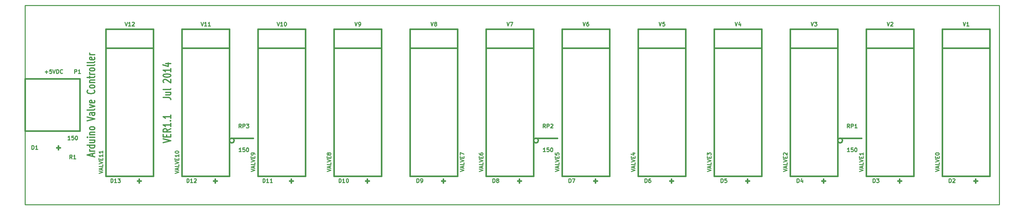
<source format=gto>
G04 (created by PCBNEW (2013-jul-07)-stable) date Fri 01 Aug 2014 03:38:15 PM EDT*
%MOIN*%
G04 Gerber Fmt 3.4, Leading zero omitted, Abs format*
%FSLAX34Y34*%
G01*
G70*
G90*
G04 APERTURE LIST*
%ADD10C,0.00590551*%
%ADD11C,0.009*%
%ADD12C,0.012*%
%ADD13C,0.015*%
%ADD14C,0.005*%
%ADD15C,0.01*%
%ADD16C,0.175*%
%ADD17O,0.08X0.12*%
%ADD18C,0.08*%
%ADD19C,0.18*%
%ADD20R,0.036X0.049*%
%ADD21C,0.096*%
%ADD22C,0.16*%
%ADD23R,0.067X0.067*%
%ADD24R,0.07X0.12*%
G04 APERTURE END LIST*
G54D10*
G54D11*
X110000Y-29000D02*
X7500Y-29000D01*
X110000Y-50000D02*
X110000Y-29000D01*
X7500Y-50000D02*
X110000Y-50000D01*
X7500Y-29000D02*
X7500Y-50000D01*
G54D12*
X14595Y-44914D02*
X14595Y-44628D01*
X14823Y-44971D02*
X14023Y-44771D01*
X14823Y-44571D01*
X14823Y-44371D02*
X14290Y-44371D01*
X14442Y-44371D02*
X14366Y-44342D01*
X14328Y-44314D01*
X14290Y-44257D01*
X14290Y-44200D01*
X14823Y-43742D02*
X14023Y-43742D01*
X14785Y-43742D02*
X14823Y-43800D01*
X14823Y-43914D01*
X14785Y-43971D01*
X14747Y-44000D01*
X14671Y-44028D01*
X14442Y-44028D01*
X14366Y-44000D01*
X14328Y-43971D01*
X14290Y-43914D01*
X14290Y-43800D01*
X14328Y-43742D01*
X14290Y-43200D02*
X14823Y-43200D01*
X14290Y-43457D02*
X14709Y-43457D01*
X14785Y-43428D01*
X14823Y-43371D01*
X14823Y-43285D01*
X14785Y-43228D01*
X14747Y-43200D01*
X14823Y-42914D02*
X14290Y-42914D01*
X14023Y-42914D02*
X14061Y-42942D01*
X14100Y-42914D01*
X14061Y-42885D01*
X14023Y-42914D01*
X14100Y-42914D01*
X14290Y-42628D02*
X14823Y-42628D01*
X14366Y-42628D02*
X14328Y-42600D01*
X14290Y-42542D01*
X14290Y-42457D01*
X14328Y-42400D01*
X14404Y-42371D01*
X14823Y-42371D01*
X14823Y-42000D02*
X14785Y-42057D01*
X14747Y-42085D01*
X14671Y-42114D01*
X14442Y-42114D01*
X14366Y-42085D01*
X14328Y-42057D01*
X14290Y-42000D01*
X14290Y-41914D01*
X14328Y-41857D01*
X14366Y-41828D01*
X14442Y-41800D01*
X14671Y-41800D01*
X14747Y-41828D01*
X14785Y-41857D01*
X14823Y-41914D01*
X14823Y-42000D01*
X14023Y-41171D02*
X14823Y-40971D01*
X14023Y-40771D01*
X14823Y-40314D02*
X14404Y-40314D01*
X14328Y-40342D01*
X14290Y-40400D01*
X14290Y-40514D01*
X14328Y-40571D01*
X14785Y-40314D02*
X14823Y-40371D01*
X14823Y-40514D01*
X14785Y-40571D01*
X14709Y-40600D01*
X14633Y-40600D01*
X14557Y-40571D01*
X14519Y-40514D01*
X14519Y-40371D01*
X14480Y-40314D01*
X14823Y-39942D02*
X14785Y-40000D01*
X14709Y-40028D01*
X14023Y-40028D01*
X14290Y-39771D02*
X14823Y-39628D01*
X14290Y-39485D01*
X14785Y-39028D02*
X14823Y-39085D01*
X14823Y-39200D01*
X14785Y-39257D01*
X14709Y-39285D01*
X14404Y-39285D01*
X14328Y-39257D01*
X14290Y-39200D01*
X14290Y-39085D01*
X14328Y-39028D01*
X14404Y-39000D01*
X14480Y-39000D01*
X14557Y-39285D01*
X14747Y-37942D02*
X14785Y-37971D01*
X14823Y-38057D01*
X14823Y-38114D01*
X14785Y-38200D01*
X14709Y-38257D01*
X14633Y-38285D01*
X14480Y-38314D01*
X14366Y-38314D01*
X14214Y-38285D01*
X14138Y-38257D01*
X14061Y-38200D01*
X14023Y-38114D01*
X14023Y-38057D01*
X14061Y-37971D01*
X14100Y-37942D01*
X14823Y-37600D02*
X14785Y-37657D01*
X14747Y-37685D01*
X14671Y-37714D01*
X14442Y-37714D01*
X14366Y-37685D01*
X14328Y-37657D01*
X14290Y-37600D01*
X14290Y-37514D01*
X14328Y-37457D01*
X14366Y-37428D01*
X14442Y-37400D01*
X14671Y-37400D01*
X14747Y-37428D01*
X14785Y-37457D01*
X14823Y-37514D01*
X14823Y-37600D01*
X14290Y-37142D02*
X14823Y-37142D01*
X14366Y-37142D02*
X14328Y-37114D01*
X14290Y-37057D01*
X14290Y-36971D01*
X14328Y-36914D01*
X14404Y-36885D01*
X14823Y-36885D01*
X14290Y-36685D02*
X14290Y-36457D01*
X14023Y-36600D02*
X14709Y-36600D01*
X14785Y-36571D01*
X14823Y-36514D01*
X14823Y-36457D01*
X14823Y-36257D02*
X14290Y-36257D01*
X14442Y-36257D02*
X14366Y-36228D01*
X14328Y-36200D01*
X14290Y-36142D01*
X14290Y-36085D01*
X14823Y-35800D02*
X14785Y-35857D01*
X14747Y-35885D01*
X14671Y-35914D01*
X14442Y-35914D01*
X14366Y-35885D01*
X14328Y-35857D01*
X14290Y-35800D01*
X14290Y-35714D01*
X14328Y-35657D01*
X14366Y-35628D01*
X14442Y-35600D01*
X14671Y-35600D01*
X14747Y-35628D01*
X14785Y-35657D01*
X14823Y-35714D01*
X14823Y-35800D01*
X14823Y-35257D02*
X14785Y-35314D01*
X14709Y-35342D01*
X14023Y-35342D01*
X14823Y-34942D02*
X14785Y-34999D01*
X14709Y-35028D01*
X14023Y-35028D01*
X14785Y-34485D02*
X14823Y-34542D01*
X14823Y-34657D01*
X14785Y-34714D01*
X14709Y-34742D01*
X14404Y-34742D01*
X14328Y-34714D01*
X14290Y-34657D01*
X14290Y-34542D01*
X14328Y-34485D01*
X14404Y-34457D01*
X14480Y-34457D01*
X14557Y-34742D01*
X14823Y-34199D02*
X14290Y-34199D01*
X14442Y-34199D02*
X14366Y-34171D01*
X14328Y-34142D01*
X14290Y-34085D01*
X14290Y-34028D01*
X22023Y-38714D02*
X22595Y-38714D01*
X22709Y-38742D01*
X22785Y-38800D01*
X22823Y-38885D01*
X22823Y-38942D01*
X22290Y-38171D02*
X22823Y-38171D01*
X22290Y-38428D02*
X22709Y-38428D01*
X22785Y-38400D01*
X22823Y-38342D01*
X22823Y-38257D01*
X22785Y-38200D01*
X22747Y-38171D01*
X22823Y-37800D02*
X22785Y-37857D01*
X22709Y-37885D01*
X22023Y-37885D01*
X22100Y-37142D02*
X22061Y-37114D01*
X22023Y-37057D01*
X22023Y-36914D01*
X22061Y-36857D01*
X22100Y-36828D01*
X22176Y-36800D01*
X22252Y-36800D01*
X22366Y-36828D01*
X22823Y-37171D01*
X22823Y-36800D01*
X22023Y-36428D02*
X22023Y-36371D01*
X22061Y-36314D01*
X22100Y-36285D01*
X22176Y-36257D01*
X22328Y-36228D01*
X22519Y-36228D01*
X22671Y-36257D01*
X22747Y-36285D01*
X22785Y-36314D01*
X22823Y-36371D01*
X22823Y-36428D01*
X22785Y-36485D01*
X22747Y-36514D01*
X22671Y-36542D01*
X22519Y-36571D01*
X22328Y-36571D01*
X22176Y-36542D01*
X22100Y-36514D01*
X22061Y-36485D01*
X22023Y-36428D01*
X22823Y-35657D02*
X22823Y-35999D01*
X22823Y-35828D02*
X22023Y-35828D01*
X22138Y-35885D01*
X22214Y-35942D01*
X22252Y-35999D01*
X22290Y-35142D02*
X22823Y-35142D01*
X21985Y-35285D02*
X22557Y-35428D01*
X22557Y-35057D01*
X22023Y-43485D02*
X22823Y-43285D01*
X22023Y-43085D01*
X22404Y-42885D02*
X22404Y-42685D01*
X22823Y-42600D02*
X22823Y-42885D01*
X22023Y-42885D01*
X22023Y-42600D01*
X22823Y-42000D02*
X22442Y-42200D01*
X22823Y-42342D02*
X22023Y-42342D01*
X22023Y-42114D01*
X22061Y-42057D01*
X22100Y-42028D01*
X22176Y-42000D01*
X22290Y-42000D01*
X22366Y-42028D01*
X22404Y-42057D01*
X22442Y-42114D01*
X22442Y-42342D01*
X22823Y-41428D02*
X22823Y-41771D01*
X22823Y-41600D02*
X22023Y-41600D01*
X22138Y-41657D01*
X22214Y-41714D01*
X22252Y-41771D01*
X22747Y-41171D02*
X22785Y-41142D01*
X22823Y-41171D01*
X22785Y-41199D01*
X22747Y-41171D01*
X22823Y-41171D01*
X22823Y-40571D02*
X22823Y-40914D01*
X22823Y-40742D02*
X22023Y-40742D01*
X22138Y-40800D01*
X22214Y-40857D01*
X22252Y-40914D01*
G54D13*
X88000Y-33500D02*
X93000Y-33500D01*
X88000Y-31500D02*
X93000Y-31500D01*
X93000Y-31500D02*
X93000Y-47000D01*
X93000Y-47000D02*
X88000Y-47000D01*
X88000Y-47000D02*
X88000Y-31500D01*
X96000Y-33500D02*
X101000Y-33500D01*
X96000Y-31500D02*
X101000Y-31500D01*
X101000Y-31500D02*
X101000Y-47000D01*
X101000Y-47000D02*
X96000Y-47000D01*
X96000Y-47000D02*
X96000Y-31500D01*
X104000Y-33500D02*
X109000Y-33500D01*
X104000Y-31500D02*
X109000Y-31500D01*
X109000Y-31500D02*
X109000Y-47000D01*
X109000Y-47000D02*
X104000Y-47000D01*
X104000Y-47000D02*
X104000Y-31500D01*
X93250Y-43000D02*
X95500Y-43000D01*
X93500Y-43250D02*
G75*
G03X93500Y-43250I-250J0D01*
G74*
G01*
X61250Y-43000D02*
X63500Y-43000D01*
X61500Y-43250D02*
G75*
G03X61500Y-43250I-250J0D01*
G74*
G01*
X29250Y-43000D02*
X31500Y-43000D01*
X29500Y-43250D02*
G75*
G03X29500Y-43250I-250J0D01*
G74*
G01*
X72000Y-33500D02*
X77000Y-33500D01*
X72000Y-31500D02*
X77000Y-31500D01*
X77000Y-31500D02*
X77000Y-47000D01*
X77000Y-47000D02*
X72000Y-47000D01*
X72000Y-47000D02*
X72000Y-31500D01*
X64000Y-33500D02*
X69000Y-33500D01*
X64000Y-31500D02*
X69000Y-31500D01*
X69000Y-31500D02*
X69000Y-47000D01*
X69000Y-47000D02*
X64000Y-47000D01*
X64000Y-47000D02*
X64000Y-31500D01*
X48000Y-33500D02*
X53000Y-33500D01*
X48000Y-31500D02*
X53000Y-31500D01*
X53000Y-31500D02*
X53000Y-47000D01*
X53000Y-47000D02*
X48000Y-47000D01*
X48000Y-47000D02*
X48000Y-31500D01*
X56000Y-33500D02*
X61000Y-33500D01*
X56000Y-31500D02*
X61000Y-31500D01*
X61000Y-31500D02*
X61000Y-47000D01*
X61000Y-47000D02*
X56000Y-47000D01*
X56000Y-47000D02*
X56000Y-31500D01*
X80000Y-33500D02*
X85000Y-33500D01*
X80000Y-31500D02*
X85000Y-31500D01*
X85000Y-31500D02*
X85000Y-47000D01*
X85000Y-47000D02*
X80000Y-47000D01*
X80000Y-47000D02*
X80000Y-31500D01*
X24000Y-33500D02*
X29000Y-33500D01*
X24000Y-31500D02*
X29000Y-31500D01*
X29000Y-31500D02*
X29000Y-47000D01*
X29000Y-47000D02*
X24000Y-47000D01*
X24000Y-47000D02*
X24000Y-31500D01*
X16000Y-33500D02*
X21000Y-33500D01*
X16000Y-31500D02*
X21000Y-31500D01*
X21000Y-31500D02*
X21000Y-47000D01*
X21000Y-47000D02*
X16000Y-47000D01*
X16000Y-47000D02*
X16000Y-31500D01*
X32000Y-33500D02*
X37000Y-33500D01*
X32000Y-31500D02*
X37000Y-31500D01*
X37000Y-31500D02*
X37000Y-47000D01*
X37000Y-47000D02*
X32000Y-47000D01*
X32000Y-47000D02*
X32000Y-31500D01*
X40000Y-33500D02*
X45000Y-33500D01*
X40000Y-31500D02*
X45000Y-31500D01*
X45000Y-31500D02*
X45000Y-47000D01*
X45000Y-47000D02*
X40000Y-47000D01*
X40000Y-47000D02*
X40000Y-31500D01*
X7500Y-42250D02*
X7500Y-36750D01*
X7500Y-36750D02*
X13250Y-36750D01*
X13250Y-36750D02*
X13250Y-42250D01*
X13250Y-42250D02*
X7500Y-42250D01*
X67500Y-47300D02*
X67500Y-47700D01*
X67300Y-47500D02*
X67700Y-47500D01*
X51500Y-47300D02*
X51500Y-47700D01*
X51300Y-47500D02*
X51700Y-47500D01*
X59500Y-47300D02*
X59500Y-47700D01*
X59300Y-47500D02*
X59700Y-47500D01*
X83500Y-47300D02*
X83500Y-47700D01*
X83300Y-47500D02*
X83700Y-47500D01*
X43500Y-47300D02*
X43500Y-47700D01*
X43300Y-47500D02*
X43700Y-47500D01*
X75500Y-47300D02*
X75500Y-47700D01*
X75300Y-47500D02*
X75700Y-47500D01*
X35500Y-47300D02*
X35500Y-47700D01*
X35300Y-47500D02*
X35700Y-47500D01*
X19500Y-47300D02*
X19500Y-47700D01*
X19300Y-47500D02*
X19700Y-47500D01*
X27500Y-47300D02*
X27500Y-47700D01*
X27300Y-47500D02*
X27700Y-47500D01*
X11000Y-43800D02*
X11000Y-44200D01*
X10800Y-44000D02*
X11200Y-44000D01*
X91500Y-47300D02*
X91500Y-47700D01*
X91300Y-47500D02*
X91700Y-47500D01*
X107500Y-47300D02*
X107500Y-47700D01*
X107300Y-47500D02*
X107700Y-47500D01*
X99500Y-47300D02*
X99500Y-47700D01*
X99300Y-47500D02*
X99700Y-47500D01*
G54D14*
X12800Y-44550D02*
X13400Y-44550D01*
X13400Y-44550D02*
X13400Y-43450D01*
X13400Y-43450D02*
X12800Y-43450D01*
X12200Y-43450D02*
X11600Y-43450D01*
X11600Y-43450D02*
X11600Y-44550D01*
X11600Y-44550D02*
X12200Y-44550D01*
G54D15*
X90176Y-30761D02*
X90309Y-31161D01*
X90442Y-30761D01*
X90538Y-30761D02*
X90785Y-30761D01*
X90652Y-30914D01*
X90709Y-30914D01*
X90747Y-30933D01*
X90766Y-30952D01*
X90785Y-30990D01*
X90785Y-31085D01*
X90766Y-31123D01*
X90747Y-31142D01*
X90709Y-31161D01*
X90595Y-31161D01*
X90557Y-31142D01*
X90538Y-31123D01*
X87261Y-46509D02*
X87661Y-46376D01*
X87261Y-46242D01*
X87547Y-46128D02*
X87547Y-45938D01*
X87661Y-46166D02*
X87261Y-46033D01*
X87661Y-45900D01*
X87661Y-45576D02*
X87661Y-45766D01*
X87261Y-45766D01*
X87261Y-45500D02*
X87661Y-45366D01*
X87261Y-45233D01*
X87452Y-45100D02*
X87452Y-44966D01*
X87661Y-44909D02*
X87661Y-45100D01*
X87261Y-45100D01*
X87261Y-44909D01*
X87300Y-44757D02*
X87280Y-44738D01*
X87261Y-44700D01*
X87261Y-44604D01*
X87280Y-44566D01*
X87300Y-44547D01*
X87338Y-44528D01*
X87376Y-44528D01*
X87433Y-44547D01*
X87661Y-44776D01*
X87661Y-44528D01*
X98176Y-30761D02*
X98309Y-31161D01*
X98442Y-30761D01*
X98557Y-30800D02*
X98576Y-30780D01*
X98614Y-30761D01*
X98709Y-30761D01*
X98747Y-30780D01*
X98766Y-30800D01*
X98785Y-30838D01*
X98785Y-30876D01*
X98766Y-30933D01*
X98538Y-31161D01*
X98785Y-31161D01*
X95261Y-46509D02*
X95661Y-46376D01*
X95261Y-46242D01*
X95547Y-46128D02*
X95547Y-45938D01*
X95661Y-46166D02*
X95261Y-46033D01*
X95661Y-45900D01*
X95661Y-45576D02*
X95661Y-45766D01*
X95261Y-45766D01*
X95261Y-45500D02*
X95661Y-45366D01*
X95261Y-45233D01*
X95452Y-45100D02*
X95452Y-44966D01*
X95661Y-44909D02*
X95661Y-45100D01*
X95261Y-45100D01*
X95261Y-44909D01*
X95661Y-44528D02*
X95661Y-44757D01*
X95661Y-44642D02*
X95261Y-44642D01*
X95319Y-44680D01*
X95357Y-44719D01*
X95376Y-44757D01*
X106176Y-30761D02*
X106309Y-31161D01*
X106442Y-30761D01*
X106785Y-31161D02*
X106557Y-31161D01*
X106671Y-31161D02*
X106671Y-30761D01*
X106633Y-30819D01*
X106595Y-30857D01*
X106557Y-30876D01*
X103261Y-46509D02*
X103661Y-46376D01*
X103261Y-46242D01*
X103547Y-46128D02*
X103547Y-45938D01*
X103661Y-46166D02*
X103261Y-46033D01*
X103661Y-45900D01*
X103661Y-45576D02*
X103661Y-45766D01*
X103261Y-45766D01*
X103261Y-45500D02*
X103661Y-45366D01*
X103261Y-45233D01*
X103452Y-45100D02*
X103452Y-44966D01*
X103661Y-44909D02*
X103661Y-45100D01*
X103261Y-45100D01*
X103261Y-44909D01*
X103261Y-44661D02*
X103261Y-44623D01*
X103280Y-44585D01*
X103300Y-44566D01*
X103338Y-44547D01*
X103414Y-44528D01*
X103509Y-44528D01*
X103585Y-44547D01*
X103623Y-44566D01*
X103642Y-44585D01*
X103661Y-44623D01*
X103661Y-44661D01*
X103642Y-44700D01*
X103623Y-44719D01*
X103585Y-44738D01*
X103509Y-44757D01*
X103414Y-44757D01*
X103338Y-44738D01*
X103300Y-44719D01*
X103280Y-44700D01*
X103261Y-44661D01*
X94233Y-41911D02*
X94100Y-41721D01*
X94004Y-41911D02*
X94004Y-41511D01*
X94157Y-41511D01*
X94195Y-41530D01*
X94214Y-41550D01*
X94233Y-41588D01*
X94233Y-41645D01*
X94214Y-41683D01*
X94195Y-41702D01*
X94157Y-41721D01*
X94004Y-41721D01*
X94404Y-41911D02*
X94404Y-41511D01*
X94557Y-41511D01*
X94595Y-41530D01*
X94614Y-41550D01*
X94633Y-41588D01*
X94633Y-41645D01*
X94614Y-41683D01*
X94595Y-41702D01*
X94557Y-41721D01*
X94404Y-41721D01*
X95014Y-41911D02*
X94785Y-41911D01*
X94900Y-41911D02*
X94900Y-41511D01*
X94861Y-41569D01*
X94823Y-41607D01*
X94785Y-41626D01*
X94233Y-44411D02*
X94004Y-44411D01*
X94119Y-44411D02*
X94119Y-44011D01*
X94080Y-44069D01*
X94042Y-44107D01*
X94004Y-44126D01*
X94595Y-44011D02*
X94404Y-44011D01*
X94385Y-44202D01*
X94404Y-44183D01*
X94442Y-44164D01*
X94538Y-44164D01*
X94576Y-44183D01*
X94595Y-44202D01*
X94614Y-44240D01*
X94614Y-44335D01*
X94595Y-44373D01*
X94576Y-44392D01*
X94538Y-44411D01*
X94442Y-44411D01*
X94404Y-44392D01*
X94385Y-44373D01*
X94861Y-44011D02*
X94900Y-44011D01*
X94938Y-44030D01*
X94957Y-44050D01*
X94976Y-44088D01*
X94995Y-44164D01*
X94995Y-44259D01*
X94976Y-44335D01*
X94957Y-44373D01*
X94938Y-44392D01*
X94900Y-44411D01*
X94861Y-44411D01*
X94823Y-44392D01*
X94804Y-44373D01*
X94785Y-44335D01*
X94766Y-44259D01*
X94766Y-44164D01*
X94785Y-44088D01*
X94804Y-44050D01*
X94823Y-44030D01*
X94861Y-44011D01*
X62233Y-41911D02*
X62100Y-41721D01*
X62004Y-41911D02*
X62004Y-41511D01*
X62157Y-41511D01*
X62195Y-41530D01*
X62214Y-41550D01*
X62233Y-41588D01*
X62233Y-41645D01*
X62214Y-41683D01*
X62195Y-41702D01*
X62157Y-41721D01*
X62004Y-41721D01*
X62404Y-41911D02*
X62404Y-41511D01*
X62557Y-41511D01*
X62595Y-41530D01*
X62614Y-41550D01*
X62633Y-41588D01*
X62633Y-41645D01*
X62614Y-41683D01*
X62595Y-41702D01*
X62557Y-41721D01*
X62404Y-41721D01*
X62785Y-41550D02*
X62804Y-41530D01*
X62842Y-41511D01*
X62938Y-41511D01*
X62976Y-41530D01*
X62995Y-41550D01*
X63014Y-41588D01*
X63014Y-41626D01*
X62995Y-41683D01*
X62766Y-41911D01*
X63014Y-41911D01*
X62233Y-44411D02*
X62004Y-44411D01*
X62119Y-44411D02*
X62119Y-44011D01*
X62080Y-44069D01*
X62042Y-44107D01*
X62004Y-44126D01*
X62595Y-44011D02*
X62404Y-44011D01*
X62385Y-44202D01*
X62404Y-44183D01*
X62442Y-44164D01*
X62538Y-44164D01*
X62576Y-44183D01*
X62595Y-44202D01*
X62614Y-44240D01*
X62614Y-44335D01*
X62595Y-44373D01*
X62576Y-44392D01*
X62538Y-44411D01*
X62442Y-44411D01*
X62404Y-44392D01*
X62385Y-44373D01*
X62861Y-44011D02*
X62900Y-44011D01*
X62938Y-44030D01*
X62957Y-44050D01*
X62976Y-44088D01*
X62995Y-44164D01*
X62995Y-44259D01*
X62976Y-44335D01*
X62957Y-44373D01*
X62938Y-44392D01*
X62900Y-44411D01*
X62861Y-44411D01*
X62823Y-44392D01*
X62804Y-44373D01*
X62785Y-44335D01*
X62766Y-44259D01*
X62766Y-44164D01*
X62785Y-44088D01*
X62804Y-44050D01*
X62823Y-44030D01*
X62861Y-44011D01*
X30233Y-41911D02*
X30100Y-41721D01*
X30004Y-41911D02*
X30004Y-41511D01*
X30157Y-41511D01*
X30195Y-41530D01*
X30214Y-41550D01*
X30233Y-41588D01*
X30233Y-41645D01*
X30214Y-41683D01*
X30195Y-41702D01*
X30157Y-41721D01*
X30004Y-41721D01*
X30404Y-41911D02*
X30404Y-41511D01*
X30557Y-41511D01*
X30595Y-41530D01*
X30614Y-41550D01*
X30633Y-41588D01*
X30633Y-41645D01*
X30614Y-41683D01*
X30595Y-41702D01*
X30557Y-41721D01*
X30404Y-41721D01*
X30766Y-41511D02*
X31014Y-41511D01*
X30880Y-41664D01*
X30938Y-41664D01*
X30976Y-41683D01*
X30995Y-41702D01*
X31014Y-41740D01*
X31014Y-41835D01*
X30995Y-41873D01*
X30976Y-41892D01*
X30938Y-41911D01*
X30823Y-41911D01*
X30785Y-41892D01*
X30766Y-41873D01*
X30233Y-44411D02*
X30004Y-44411D01*
X30119Y-44411D02*
X30119Y-44011D01*
X30080Y-44069D01*
X30042Y-44107D01*
X30004Y-44126D01*
X30595Y-44011D02*
X30404Y-44011D01*
X30385Y-44202D01*
X30404Y-44183D01*
X30442Y-44164D01*
X30538Y-44164D01*
X30576Y-44183D01*
X30595Y-44202D01*
X30614Y-44240D01*
X30614Y-44335D01*
X30595Y-44373D01*
X30576Y-44392D01*
X30538Y-44411D01*
X30442Y-44411D01*
X30404Y-44392D01*
X30385Y-44373D01*
X30861Y-44011D02*
X30900Y-44011D01*
X30938Y-44030D01*
X30957Y-44050D01*
X30976Y-44088D01*
X30995Y-44164D01*
X30995Y-44259D01*
X30976Y-44335D01*
X30957Y-44373D01*
X30938Y-44392D01*
X30900Y-44411D01*
X30861Y-44411D01*
X30823Y-44392D01*
X30804Y-44373D01*
X30785Y-44335D01*
X30766Y-44259D01*
X30766Y-44164D01*
X30785Y-44088D01*
X30804Y-44050D01*
X30823Y-44030D01*
X30861Y-44011D01*
X74176Y-30761D02*
X74309Y-31161D01*
X74442Y-30761D01*
X74766Y-30761D02*
X74576Y-30761D01*
X74557Y-30952D01*
X74576Y-30933D01*
X74614Y-30914D01*
X74709Y-30914D01*
X74747Y-30933D01*
X74766Y-30952D01*
X74785Y-30990D01*
X74785Y-31085D01*
X74766Y-31123D01*
X74747Y-31142D01*
X74709Y-31161D01*
X74614Y-31161D01*
X74576Y-31142D01*
X74557Y-31123D01*
X71261Y-46509D02*
X71661Y-46376D01*
X71261Y-46242D01*
X71547Y-46128D02*
X71547Y-45938D01*
X71661Y-46166D02*
X71261Y-46033D01*
X71661Y-45900D01*
X71661Y-45576D02*
X71661Y-45766D01*
X71261Y-45766D01*
X71261Y-45500D02*
X71661Y-45366D01*
X71261Y-45233D01*
X71452Y-45100D02*
X71452Y-44966D01*
X71661Y-44909D02*
X71661Y-45100D01*
X71261Y-45100D01*
X71261Y-44909D01*
X71395Y-44566D02*
X71661Y-44566D01*
X71242Y-44661D02*
X71528Y-44757D01*
X71528Y-44509D01*
X66176Y-30761D02*
X66309Y-31161D01*
X66442Y-30761D01*
X66747Y-30761D02*
X66671Y-30761D01*
X66633Y-30780D01*
X66614Y-30800D01*
X66576Y-30857D01*
X66557Y-30933D01*
X66557Y-31085D01*
X66576Y-31123D01*
X66595Y-31142D01*
X66633Y-31161D01*
X66709Y-31161D01*
X66747Y-31142D01*
X66766Y-31123D01*
X66785Y-31085D01*
X66785Y-30990D01*
X66766Y-30952D01*
X66747Y-30933D01*
X66709Y-30914D01*
X66633Y-30914D01*
X66595Y-30933D01*
X66576Y-30952D01*
X66557Y-30990D01*
X63261Y-46509D02*
X63661Y-46376D01*
X63261Y-46242D01*
X63547Y-46128D02*
X63547Y-45938D01*
X63661Y-46166D02*
X63261Y-46033D01*
X63661Y-45900D01*
X63661Y-45576D02*
X63661Y-45766D01*
X63261Y-45766D01*
X63261Y-45500D02*
X63661Y-45366D01*
X63261Y-45233D01*
X63452Y-45100D02*
X63452Y-44966D01*
X63661Y-44909D02*
X63661Y-45100D01*
X63261Y-45100D01*
X63261Y-44909D01*
X63261Y-44547D02*
X63261Y-44738D01*
X63452Y-44757D01*
X63433Y-44738D01*
X63414Y-44700D01*
X63414Y-44604D01*
X63433Y-44566D01*
X63452Y-44547D01*
X63490Y-44528D01*
X63585Y-44528D01*
X63623Y-44547D01*
X63642Y-44566D01*
X63661Y-44604D01*
X63661Y-44700D01*
X63642Y-44738D01*
X63623Y-44757D01*
X50176Y-30761D02*
X50309Y-31161D01*
X50442Y-30761D01*
X50633Y-30933D02*
X50595Y-30914D01*
X50576Y-30895D01*
X50557Y-30857D01*
X50557Y-30838D01*
X50576Y-30800D01*
X50595Y-30780D01*
X50633Y-30761D01*
X50709Y-30761D01*
X50747Y-30780D01*
X50766Y-30800D01*
X50785Y-30838D01*
X50785Y-30857D01*
X50766Y-30895D01*
X50747Y-30914D01*
X50709Y-30933D01*
X50633Y-30933D01*
X50595Y-30952D01*
X50576Y-30971D01*
X50557Y-31009D01*
X50557Y-31085D01*
X50576Y-31123D01*
X50595Y-31142D01*
X50633Y-31161D01*
X50709Y-31161D01*
X50747Y-31142D01*
X50766Y-31123D01*
X50785Y-31085D01*
X50785Y-31009D01*
X50766Y-30971D01*
X50747Y-30952D01*
X50709Y-30933D01*
X53261Y-46509D02*
X53661Y-46376D01*
X53261Y-46242D01*
X53547Y-46128D02*
X53547Y-45938D01*
X53661Y-46166D02*
X53261Y-46033D01*
X53661Y-45900D01*
X53661Y-45576D02*
X53661Y-45766D01*
X53261Y-45766D01*
X53261Y-45500D02*
X53661Y-45366D01*
X53261Y-45233D01*
X53452Y-45100D02*
X53452Y-44966D01*
X53661Y-44909D02*
X53661Y-45100D01*
X53261Y-45100D01*
X53261Y-44909D01*
X53261Y-44776D02*
X53261Y-44509D01*
X53661Y-44680D01*
X58176Y-30761D02*
X58309Y-31161D01*
X58442Y-30761D01*
X58538Y-30761D02*
X58804Y-30761D01*
X58633Y-31161D01*
X55261Y-46509D02*
X55661Y-46376D01*
X55261Y-46242D01*
X55547Y-46128D02*
X55547Y-45938D01*
X55661Y-46166D02*
X55261Y-46033D01*
X55661Y-45900D01*
X55661Y-45576D02*
X55661Y-45766D01*
X55261Y-45766D01*
X55261Y-45500D02*
X55661Y-45366D01*
X55261Y-45233D01*
X55452Y-45100D02*
X55452Y-44966D01*
X55661Y-44909D02*
X55661Y-45100D01*
X55261Y-45100D01*
X55261Y-44909D01*
X55261Y-44566D02*
X55261Y-44642D01*
X55280Y-44680D01*
X55300Y-44700D01*
X55357Y-44738D01*
X55433Y-44757D01*
X55585Y-44757D01*
X55623Y-44738D01*
X55642Y-44719D01*
X55661Y-44680D01*
X55661Y-44604D01*
X55642Y-44566D01*
X55623Y-44547D01*
X55585Y-44528D01*
X55490Y-44528D01*
X55452Y-44547D01*
X55433Y-44566D01*
X55414Y-44604D01*
X55414Y-44680D01*
X55433Y-44719D01*
X55452Y-44738D01*
X55490Y-44757D01*
X82176Y-30761D02*
X82309Y-31161D01*
X82442Y-30761D01*
X82747Y-30895D02*
X82747Y-31161D01*
X82652Y-30742D02*
X82557Y-31028D01*
X82804Y-31028D01*
X79261Y-46509D02*
X79661Y-46376D01*
X79261Y-46242D01*
X79547Y-46128D02*
X79547Y-45938D01*
X79661Y-46166D02*
X79261Y-46033D01*
X79661Y-45900D01*
X79661Y-45576D02*
X79661Y-45766D01*
X79261Y-45766D01*
X79261Y-45500D02*
X79661Y-45366D01*
X79261Y-45233D01*
X79452Y-45100D02*
X79452Y-44966D01*
X79661Y-44909D02*
X79661Y-45100D01*
X79261Y-45100D01*
X79261Y-44909D01*
X79261Y-44776D02*
X79261Y-44528D01*
X79414Y-44661D01*
X79414Y-44604D01*
X79433Y-44566D01*
X79452Y-44547D01*
X79490Y-44528D01*
X79585Y-44528D01*
X79623Y-44547D01*
X79642Y-44566D01*
X79661Y-44604D01*
X79661Y-44719D01*
X79642Y-44757D01*
X79623Y-44776D01*
X25985Y-30761D02*
X26119Y-31161D01*
X26252Y-30761D01*
X26595Y-31161D02*
X26366Y-31161D01*
X26480Y-31161D02*
X26480Y-30761D01*
X26442Y-30819D01*
X26404Y-30857D01*
X26366Y-30876D01*
X26976Y-31161D02*
X26747Y-31161D01*
X26861Y-31161D02*
X26861Y-30761D01*
X26823Y-30819D01*
X26785Y-30857D01*
X26747Y-30876D01*
X23261Y-46699D02*
X23661Y-46566D01*
X23261Y-46433D01*
X23547Y-46319D02*
X23547Y-46128D01*
X23661Y-46357D02*
X23261Y-46223D01*
X23661Y-46090D01*
X23661Y-45766D02*
X23661Y-45957D01*
X23261Y-45957D01*
X23261Y-45690D02*
X23661Y-45557D01*
X23261Y-45423D01*
X23452Y-45290D02*
X23452Y-45157D01*
X23661Y-45100D02*
X23661Y-45290D01*
X23261Y-45290D01*
X23261Y-45100D01*
X23661Y-44719D02*
X23661Y-44947D01*
X23661Y-44833D02*
X23261Y-44833D01*
X23319Y-44871D01*
X23357Y-44909D01*
X23376Y-44947D01*
X23261Y-44471D02*
X23261Y-44433D01*
X23280Y-44395D01*
X23300Y-44376D01*
X23338Y-44357D01*
X23414Y-44338D01*
X23509Y-44338D01*
X23585Y-44357D01*
X23623Y-44376D01*
X23642Y-44395D01*
X23661Y-44433D01*
X23661Y-44471D01*
X23642Y-44509D01*
X23623Y-44528D01*
X23585Y-44547D01*
X23509Y-44566D01*
X23414Y-44566D01*
X23338Y-44547D01*
X23300Y-44528D01*
X23280Y-44509D01*
X23261Y-44471D01*
X17985Y-30761D02*
X18119Y-31161D01*
X18252Y-30761D01*
X18595Y-31161D02*
X18366Y-31161D01*
X18480Y-31161D02*
X18480Y-30761D01*
X18442Y-30819D01*
X18404Y-30857D01*
X18366Y-30876D01*
X18747Y-30800D02*
X18766Y-30780D01*
X18804Y-30761D01*
X18900Y-30761D01*
X18938Y-30780D01*
X18957Y-30800D01*
X18976Y-30838D01*
X18976Y-30876D01*
X18957Y-30933D01*
X18728Y-31161D01*
X18976Y-31161D01*
X15261Y-46699D02*
X15661Y-46566D01*
X15261Y-46433D01*
X15547Y-46319D02*
X15547Y-46128D01*
X15661Y-46357D02*
X15261Y-46223D01*
X15661Y-46090D01*
X15661Y-45766D02*
X15661Y-45957D01*
X15261Y-45957D01*
X15261Y-45690D02*
X15661Y-45557D01*
X15261Y-45423D01*
X15452Y-45290D02*
X15452Y-45157D01*
X15661Y-45100D02*
X15661Y-45290D01*
X15261Y-45290D01*
X15261Y-45100D01*
X15661Y-44719D02*
X15661Y-44947D01*
X15661Y-44833D02*
X15261Y-44833D01*
X15319Y-44871D01*
X15357Y-44909D01*
X15376Y-44947D01*
X15661Y-44338D02*
X15661Y-44566D01*
X15661Y-44452D02*
X15261Y-44452D01*
X15319Y-44490D01*
X15357Y-44528D01*
X15376Y-44566D01*
X33985Y-30761D02*
X34119Y-31161D01*
X34252Y-30761D01*
X34595Y-31161D02*
X34366Y-31161D01*
X34480Y-31161D02*
X34480Y-30761D01*
X34442Y-30819D01*
X34404Y-30857D01*
X34366Y-30876D01*
X34842Y-30761D02*
X34880Y-30761D01*
X34919Y-30780D01*
X34938Y-30800D01*
X34957Y-30838D01*
X34976Y-30914D01*
X34976Y-31009D01*
X34957Y-31085D01*
X34938Y-31123D01*
X34919Y-31142D01*
X34880Y-31161D01*
X34842Y-31161D01*
X34804Y-31142D01*
X34785Y-31123D01*
X34766Y-31085D01*
X34747Y-31009D01*
X34747Y-30914D01*
X34766Y-30838D01*
X34785Y-30800D01*
X34804Y-30780D01*
X34842Y-30761D01*
X31261Y-46509D02*
X31661Y-46376D01*
X31261Y-46242D01*
X31547Y-46128D02*
X31547Y-45938D01*
X31661Y-46166D02*
X31261Y-46033D01*
X31661Y-45900D01*
X31661Y-45576D02*
X31661Y-45766D01*
X31261Y-45766D01*
X31261Y-45500D02*
X31661Y-45366D01*
X31261Y-45233D01*
X31452Y-45100D02*
X31452Y-44966D01*
X31661Y-44909D02*
X31661Y-45100D01*
X31261Y-45100D01*
X31261Y-44909D01*
X31661Y-44719D02*
X31661Y-44642D01*
X31642Y-44604D01*
X31623Y-44585D01*
X31566Y-44547D01*
X31490Y-44528D01*
X31338Y-44528D01*
X31300Y-44547D01*
X31280Y-44566D01*
X31261Y-44604D01*
X31261Y-44680D01*
X31280Y-44719D01*
X31300Y-44738D01*
X31338Y-44757D01*
X31433Y-44757D01*
X31471Y-44738D01*
X31490Y-44719D01*
X31509Y-44680D01*
X31509Y-44604D01*
X31490Y-44566D01*
X31471Y-44547D01*
X31433Y-44528D01*
X42176Y-30761D02*
X42309Y-31161D01*
X42442Y-30761D01*
X42595Y-31161D02*
X42671Y-31161D01*
X42709Y-31142D01*
X42728Y-31123D01*
X42766Y-31066D01*
X42785Y-30990D01*
X42785Y-30838D01*
X42766Y-30800D01*
X42747Y-30780D01*
X42709Y-30761D01*
X42633Y-30761D01*
X42595Y-30780D01*
X42576Y-30800D01*
X42557Y-30838D01*
X42557Y-30933D01*
X42576Y-30971D01*
X42595Y-30990D01*
X42633Y-31009D01*
X42709Y-31009D01*
X42747Y-30990D01*
X42766Y-30971D01*
X42785Y-30933D01*
X39261Y-46509D02*
X39661Y-46376D01*
X39261Y-46242D01*
X39547Y-46128D02*
X39547Y-45938D01*
X39661Y-46166D02*
X39261Y-46033D01*
X39661Y-45900D01*
X39661Y-45576D02*
X39661Y-45766D01*
X39261Y-45766D01*
X39261Y-45500D02*
X39661Y-45366D01*
X39261Y-45233D01*
X39452Y-45100D02*
X39452Y-44966D01*
X39661Y-44909D02*
X39661Y-45100D01*
X39261Y-45100D01*
X39261Y-44909D01*
X39433Y-44680D02*
X39414Y-44719D01*
X39395Y-44738D01*
X39357Y-44757D01*
X39338Y-44757D01*
X39300Y-44738D01*
X39280Y-44719D01*
X39261Y-44680D01*
X39261Y-44604D01*
X39280Y-44566D01*
X39300Y-44547D01*
X39338Y-44528D01*
X39357Y-44528D01*
X39395Y-44547D01*
X39414Y-44566D01*
X39433Y-44604D01*
X39433Y-44680D01*
X39452Y-44719D01*
X39471Y-44738D01*
X39509Y-44757D01*
X39585Y-44757D01*
X39623Y-44738D01*
X39642Y-44719D01*
X39661Y-44680D01*
X39661Y-44604D01*
X39642Y-44566D01*
X39623Y-44547D01*
X39585Y-44528D01*
X39509Y-44528D01*
X39471Y-44547D01*
X39452Y-44566D01*
X39433Y-44604D01*
X12704Y-36161D02*
X12704Y-35761D01*
X12857Y-35761D01*
X12895Y-35780D01*
X12914Y-35800D01*
X12933Y-35838D01*
X12933Y-35895D01*
X12914Y-35933D01*
X12895Y-35952D01*
X12857Y-35971D01*
X12704Y-35971D01*
X13314Y-36161D02*
X13085Y-36161D01*
X13200Y-36161D02*
X13200Y-35761D01*
X13161Y-35819D01*
X13123Y-35857D01*
X13085Y-35876D01*
X9585Y-36009D02*
X9890Y-36009D01*
X9738Y-36161D02*
X9738Y-35857D01*
X10271Y-35761D02*
X10080Y-35761D01*
X10061Y-35952D01*
X10080Y-35933D01*
X10119Y-35914D01*
X10214Y-35914D01*
X10252Y-35933D01*
X10271Y-35952D01*
X10290Y-35990D01*
X10290Y-36085D01*
X10271Y-36123D01*
X10252Y-36142D01*
X10214Y-36161D01*
X10119Y-36161D01*
X10080Y-36142D01*
X10061Y-36123D01*
X10404Y-35761D02*
X10538Y-36161D01*
X10671Y-35761D01*
X10804Y-36161D02*
X10804Y-35761D01*
X10900Y-35761D01*
X10957Y-35780D01*
X10995Y-35819D01*
X11014Y-35857D01*
X11033Y-35933D01*
X11033Y-35990D01*
X11014Y-36066D01*
X10995Y-36104D01*
X10957Y-36142D01*
X10900Y-36161D01*
X10804Y-36161D01*
X11433Y-36123D02*
X11414Y-36142D01*
X11357Y-36161D01*
X11319Y-36161D01*
X11261Y-36142D01*
X11223Y-36104D01*
X11204Y-36066D01*
X11185Y-35990D01*
X11185Y-35933D01*
X11204Y-35857D01*
X11223Y-35819D01*
X11261Y-35780D01*
X11319Y-35761D01*
X11357Y-35761D01*
X11414Y-35780D01*
X11433Y-35800D01*
X64704Y-47661D02*
X64704Y-47261D01*
X64800Y-47261D01*
X64857Y-47280D01*
X64895Y-47319D01*
X64914Y-47357D01*
X64933Y-47433D01*
X64933Y-47490D01*
X64914Y-47566D01*
X64895Y-47604D01*
X64857Y-47642D01*
X64800Y-47661D01*
X64704Y-47661D01*
X65066Y-47261D02*
X65333Y-47261D01*
X65161Y-47661D01*
X48704Y-47661D02*
X48704Y-47261D01*
X48800Y-47261D01*
X48857Y-47280D01*
X48895Y-47319D01*
X48914Y-47357D01*
X48933Y-47433D01*
X48933Y-47490D01*
X48914Y-47566D01*
X48895Y-47604D01*
X48857Y-47642D01*
X48800Y-47661D01*
X48704Y-47661D01*
X49123Y-47661D02*
X49200Y-47661D01*
X49238Y-47642D01*
X49257Y-47623D01*
X49295Y-47566D01*
X49314Y-47490D01*
X49314Y-47338D01*
X49295Y-47300D01*
X49276Y-47280D01*
X49238Y-47261D01*
X49161Y-47261D01*
X49123Y-47280D01*
X49104Y-47300D01*
X49085Y-47338D01*
X49085Y-47433D01*
X49104Y-47471D01*
X49123Y-47490D01*
X49161Y-47509D01*
X49238Y-47509D01*
X49276Y-47490D01*
X49295Y-47471D01*
X49314Y-47433D01*
X56704Y-47661D02*
X56704Y-47261D01*
X56800Y-47261D01*
X56857Y-47280D01*
X56895Y-47319D01*
X56914Y-47357D01*
X56933Y-47433D01*
X56933Y-47490D01*
X56914Y-47566D01*
X56895Y-47604D01*
X56857Y-47642D01*
X56800Y-47661D01*
X56704Y-47661D01*
X57161Y-47433D02*
X57123Y-47414D01*
X57104Y-47395D01*
X57085Y-47357D01*
X57085Y-47338D01*
X57104Y-47300D01*
X57123Y-47280D01*
X57161Y-47261D01*
X57238Y-47261D01*
X57276Y-47280D01*
X57295Y-47300D01*
X57314Y-47338D01*
X57314Y-47357D01*
X57295Y-47395D01*
X57276Y-47414D01*
X57238Y-47433D01*
X57161Y-47433D01*
X57123Y-47452D01*
X57104Y-47471D01*
X57085Y-47509D01*
X57085Y-47585D01*
X57104Y-47623D01*
X57123Y-47642D01*
X57161Y-47661D01*
X57238Y-47661D01*
X57276Y-47642D01*
X57295Y-47623D01*
X57314Y-47585D01*
X57314Y-47509D01*
X57295Y-47471D01*
X57276Y-47452D01*
X57238Y-47433D01*
X80704Y-47661D02*
X80704Y-47261D01*
X80800Y-47261D01*
X80857Y-47280D01*
X80895Y-47319D01*
X80914Y-47357D01*
X80933Y-47433D01*
X80933Y-47490D01*
X80914Y-47566D01*
X80895Y-47604D01*
X80857Y-47642D01*
X80800Y-47661D01*
X80704Y-47661D01*
X81295Y-47261D02*
X81104Y-47261D01*
X81085Y-47452D01*
X81104Y-47433D01*
X81142Y-47414D01*
X81238Y-47414D01*
X81276Y-47433D01*
X81295Y-47452D01*
X81314Y-47490D01*
X81314Y-47585D01*
X81295Y-47623D01*
X81276Y-47642D01*
X81238Y-47661D01*
X81142Y-47661D01*
X81104Y-47642D01*
X81085Y-47623D01*
X40514Y-47661D02*
X40514Y-47261D01*
X40609Y-47261D01*
X40666Y-47280D01*
X40704Y-47319D01*
X40723Y-47357D01*
X40742Y-47433D01*
X40742Y-47490D01*
X40723Y-47566D01*
X40704Y-47604D01*
X40666Y-47642D01*
X40609Y-47661D01*
X40514Y-47661D01*
X41123Y-47661D02*
X40895Y-47661D01*
X41009Y-47661D02*
X41009Y-47261D01*
X40971Y-47319D01*
X40933Y-47357D01*
X40895Y-47376D01*
X41371Y-47261D02*
X41409Y-47261D01*
X41447Y-47280D01*
X41466Y-47300D01*
X41485Y-47338D01*
X41504Y-47414D01*
X41504Y-47509D01*
X41485Y-47585D01*
X41466Y-47623D01*
X41447Y-47642D01*
X41409Y-47661D01*
X41371Y-47661D01*
X41333Y-47642D01*
X41314Y-47623D01*
X41295Y-47585D01*
X41276Y-47509D01*
X41276Y-47414D01*
X41295Y-47338D01*
X41314Y-47300D01*
X41333Y-47280D01*
X41371Y-47261D01*
X72704Y-47661D02*
X72704Y-47261D01*
X72800Y-47261D01*
X72857Y-47280D01*
X72895Y-47319D01*
X72914Y-47357D01*
X72933Y-47433D01*
X72933Y-47490D01*
X72914Y-47566D01*
X72895Y-47604D01*
X72857Y-47642D01*
X72800Y-47661D01*
X72704Y-47661D01*
X73276Y-47261D02*
X73200Y-47261D01*
X73161Y-47280D01*
X73142Y-47300D01*
X73104Y-47357D01*
X73085Y-47433D01*
X73085Y-47585D01*
X73104Y-47623D01*
X73123Y-47642D01*
X73161Y-47661D01*
X73238Y-47661D01*
X73276Y-47642D01*
X73295Y-47623D01*
X73314Y-47585D01*
X73314Y-47490D01*
X73295Y-47452D01*
X73276Y-47433D01*
X73238Y-47414D01*
X73161Y-47414D01*
X73123Y-47433D01*
X73104Y-47452D01*
X73085Y-47490D01*
X32514Y-47661D02*
X32514Y-47261D01*
X32609Y-47261D01*
X32666Y-47280D01*
X32704Y-47319D01*
X32723Y-47357D01*
X32742Y-47433D01*
X32742Y-47490D01*
X32723Y-47566D01*
X32704Y-47604D01*
X32666Y-47642D01*
X32609Y-47661D01*
X32514Y-47661D01*
X33123Y-47661D02*
X32895Y-47661D01*
X33009Y-47661D02*
X33009Y-47261D01*
X32971Y-47319D01*
X32933Y-47357D01*
X32895Y-47376D01*
X33504Y-47661D02*
X33276Y-47661D01*
X33390Y-47661D02*
X33390Y-47261D01*
X33352Y-47319D01*
X33314Y-47357D01*
X33276Y-47376D01*
X16514Y-47661D02*
X16514Y-47261D01*
X16609Y-47261D01*
X16666Y-47280D01*
X16704Y-47319D01*
X16723Y-47357D01*
X16742Y-47433D01*
X16742Y-47490D01*
X16723Y-47566D01*
X16704Y-47604D01*
X16666Y-47642D01*
X16609Y-47661D01*
X16514Y-47661D01*
X17123Y-47661D02*
X16895Y-47661D01*
X17009Y-47661D02*
X17009Y-47261D01*
X16971Y-47319D01*
X16933Y-47357D01*
X16895Y-47376D01*
X17257Y-47261D02*
X17504Y-47261D01*
X17371Y-47414D01*
X17428Y-47414D01*
X17466Y-47433D01*
X17485Y-47452D01*
X17504Y-47490D01*
X17504Y-47585D01*
X17485Y-47623D01*
X17466Y-47642D01*
X17428Y-47661D01*
X17314Y-47661D01*
X17276Y-47642D01*
X17257Y-47623D01*
X24514Y-47661D02*
X24514Y-47261D01*
X24609Y-47261D01*
X24666Y-47280D01*
X24704Y-47319D01*
X24723Y-47357D01*
X24742Y-47433D01*
X24742Y-47490D01*
X24723Y-47566D01*
X24704Y-47604D01*
X24666Y-47642D01*
X24609Y-47661D01*
X24514Y-47661D01*
X25123Y-47661D02*
X24895Y-47661D01*
X25009Y-47661D02*
X25009Y-47261D01*
X24971Y-47319D01*
X24933Y-47357D01*
X24895Y-47376D01*
X25276Y-47300D02*
X25295Y-47280D01*
X25333Y-47261D01*
X25428Y-47261D01*
X25466Y-47280D01*
X25485Y-47300D01*
X25504Y-47338D01*
X25504Y-47376D01*
X25485Y-47433D01*
X25257Y-47661D01*
X25504Y-47661D01*
X8204Y-44161D02*
X8204Y-43761D01*
X8300Y-43761D01*
X8357Y-43780D01*
X8395Y-43819D01*
X8414Y-43857D01*
X8433Y-43933D01*
X8433Y-43990D01*
X8414Y-44066D01*
X8395Y-44104D01*
X8357Y-44142D01*
X8300Y-44161D01*
X8204Y-44161D01*
X8814Y-44161D02*
X8585Y-44161D01*
X8700Y-44161D02*
X8700Y-43761D01*
X8661Y-43819D01*
X8623Y-43857D01*
X8585Y-43876D01*
X88704Y-47661D02*
X88704Y-47261D01*
X88800Y-47261D01*
X88857Y-47280D01*
X88895Y-47319D01*
X88914Y-47357D01*
X88933Y-47433D01*
X88933Y-47490D01*
X88914Y-47566D01*
X88895Y-47604D01*
X88857Y-47642D01*
X88800Y-47661D01*
X88704Y-47661D01*
X89276Y-47395D02*
X89276Y-47661D01*
X89180Y-47242D02*
X89085Y-47528D01*
X89333Y-47528D01*
X104704Y-47661D02*
X104704Y-47261D01*
X104800Y-47261D01*
X104857Y-47280D01*
X104895Y-47319D01*
X104914Y-47357D01*
X104933Y-47433D01*
X104933Y-47490D01*
X104914Y-47566D01*
X104895Y-47604D01*
X104857Y-47642D01*
X104800Y-47661D01*
X104704Y-47661D01*
X105085Y-47300D02*
X105104Y-47280D01*
X105142Y-47261D01*
X105238Y-47261D01*
X105276Y-47280D01*
X105295Y-47300D01*
X105314Y-47338D01*
X105314Y-47376D01*
X105295Y-47433D01*
X105066Y-47661D01*
X105314Y-47661D01*
X96704Y-47661D02*
X96704Y-47261D01*
X96800Y-47261D01*
X96857Y-47280D01*
X96895Y-47319D01*
X96914Y-47357D01*
X96933Y-47433D01*
X96933Y-47490D01*
X96914Y-47566D01*
X96895Y-47604D01*
X96857Y-47642D01*
X96800Y-47661D01*
X96704Y-47661D01*
X97066Y-47261D02*
X97314Y-47261D01*
X97180Y-47414D01*
X97238Y-47414D01*
X97276Y-47433D01*
X97295Y-47452D01*
X97314Y-47490D01*
X97314Y-47585D01*
X97295Y-47623D01*
X97276Y-47642D01*
X97238Y-47661D01*
X97123Y-47661D01*
X97085Y-47642D01*
X97066Y-47623D01*
X12433Y-45161D02*
X12300Y-44971D01*
X12204Y-45161D02*
X12204Y-44761D01*
X12357Y-44761D01*
X12395Y-44780D01*
X12414Y-44800D01*
X12433Y-44838D01*
X12433Y-44895D01*
X12414Y-44933D01*
X12395Y-44952D01*
X12357Y-44971D01*
X12204Y-44971D01*
X12814Y-45161D02*
X12585Y-45161D01*
X12700Y-45161D02*
X12700Y-44761D01*
X12661Y-44819D01*
X12623Y-44857D01*
X12585Y-44876D01*
X12233Y-43161D02*
X12004Y-43161D01*
X12119Y-43161D02*
X12119Y-42761D01*
X12080Y-42819D01*
X12042Y-42857D01*
X12004Y-42876D01*
X12595Y-42761D02*
X12404Y-42761D01*
X12385Y-42952D01*
X12404Y-42933D01*
X12442Y-42914D01*
X12538Y-42914D01*
X12576Y-42933D01*
X12595Y-42952D01*
X12614Y-42990D01*
X12614Y-43085D01*
X12595Y-43123D01*
X12576Y-43142D01*
X12538Y-43161D01*
X12442Y-43161D01*
X12404Y-43142D01*
X12385Y-43123D01*
X12861Y-42761D02*
X12900Y-42761D01*
X12938Y-42780D01*
X12957Y-42800D01*
X12976Y-42838D01*
X12995Y-42914D01*
X12995Y-43009D01*
X12976Y-43085D01*
X12957Y-43123D01*
X12938Y-43142D01*
X12900Y-43161D01*
X12861Y-43161D01*
X12823Y-43142D01*
X12804Y-43123D01*
X12785Y-43085D01*
X12766Y-43009D01*
X12766Y-42914D01*
X12785Y-42838D01*
X12804Y-42800D01*
X12823Y-42780D01*
X12861Y-42761D01*
%LPC*%
G54D16*
X14500Y-49000D03*
X15000Y-30000D03*
X47000Y-49000D03*
X44500Y-30000D03*
G54D17*
X20000Y-49000D03*
X21000Y-49000D03*
X22000Y-49000D03*
X23000Y-49000D03*
X24000Y-49000D03*
X25000Y-49000D03*
X26000Y-49000D03*
X27000Y-49000D03*
X29000Y-49000D03*
X30000Y-49000D03*
X31000Y-49000D03*
X32000Y-49000D03*
X33000Y-49000D03*
X34000Y-49000D03*
X35000Y-49000D03*
X36000Y-49000D03*
X38000Y-49000D03*
X39000Y-49000D03*
X40000Y-49000D03*
X41000Y-49000D03*
X42000Y-49000D03*
X43000Y-49000D03*
X44000Y-49000D03*
X45000Y-49000D03*
X16400Y-30000D03*
X17400Y-30000D03*
X18400Y-30000D03*
X19400Y-30000D03*
X20400Y-30000D03*
X21400Y-30000D03*
X22400Y-30000D03*
X23400Y-30000D03*
X24400Y-30000D03*
X25400Y-30000D03*
X27000Y-30000D03*
X34000Y-30000D03*
X33000Y-30000D03*
X32000Y-30000D03*
X31000Y-30000D03*
X30000Y-30000D03*
X29000Y-30000D03*
X28000Y-30000D03*
X36000Y-30000D03*
X37000Y-30000D03*
X38000Y-30000D03*
X39000Y-30000D03*
X40000Y-30000D03*
X41000Y-30000D03*
X42000Y-30000D03*
X43000Y-30000D03*
G54D18*
X46000Y-30000D03*
X47000Y-30000D03*
X46000Y-31000D03*
X47000Y-31000D03*
X46000Y-32000D03*
X47000Y-32000D03*
X46000Y-33000D03*
X47000Y-33000D03*
X46000Y-34000D03*
X47000Y-34000D03*
X46000Y-35000D03*
X47000Y-35000D03*
X46000Y-36000D03*
X47000Y-36000D03*
X46000Y-37000D03*
X47000Y-37000D03*
X46000Y-38000D03*
X47000Y-38000D03*
X46000Y-39000D03*
X47000Y-39000D03*
X46000Y-40000D03*
X47000Y-40000D03*
X46000Y-41000D03*
X47000Y-41000D03*
X46000Y-42000D03*
X47000Y-42000D03*
X46000Y-43000D03*
X47000Y-43000D03*
X46000Y-44000D03*
X47000Y-44000D03*
X46000Y-45000D03*
X47000Y-45000D03*
X46000Y-46000D03*
X47000Y-46000D03*
X46000Y-47000D03*
X47000Y-47000D03*
G54D19*
X89000Y-36500D03*
X92000Y-36500D03*
X97000Y-36500D03*
X100000Y-36500D03*
X105000Y-36500D03*
X108000Y-36500D03*
G54D20*
X93750Y-43640D03*
X94250Y-43640D03*
X94750Y-43640D03*
X95250Y-43640D03*
X95250Y-42360D03*
X94750Y-42360D03*
X94250Y-42360D03*
X93750Y-42360D03*
X61750Y-43640D03*
X62250Y-43640D03*
X62750Y-43640D03*
X63250Y-43640D03*
X63250Y-42360D03*
X62750Y-42360D03*
X62250Y-42360D03*
X61750Y-42360D03*
X29750Y-43640D03*
X30250Y-43640D03*
X30750Y-43640D03*
X31250Y-43640D03*
X31250Y-42360D03*
X30750Y-42360D03*
X30250Y-42360D03*
X29750Y-42360D03*
G54D19*
X73000Y-36500D03*
X76000Y-36500D03*
X65000Y-36500D03*
X68000Y-36500D03*
X49000Y-36500D03*
X52000Y-36500D03*
X57000Y-36500D03*
X60000Y-36500D03*
X81000Y-36500D03*
X84000Y-36500D03*
X25000Y-36500D03*
X28000Y-36500D03*
X17000Y-36500D03*
X20000Y-36500D03*
X33000Y-36500D03*
X36000Y-36500D03*
X41000Y-36500D03*
X44000Y-36500D03*
G54D21*
X8680Y-39500D03*
G54D22*
X9860Y-39500D03*
G54D19*
X12220Y-39500D03*
G54D22*
X9470Y-41270D03*
X9470Y-37730D03*
G54D23*
X66915Y-47500D03*
X66085Y-47500D03*
X50915Y-47500D03*
X50085Y-47500D03*
X58915Y-47500D03*
X58085Y-47500D03*
X82915Y-47500D03*
X82085Y-47500D03*
X42915Y-47500D03*
X42085Y-47500D03*
X74915Y-47500D03*
X74085Y-47500D03*
X34915Y-47500D03*
X34085Y-47500D03*
X18915Y-47500D03*
X18085Y-47500D03*
X26915Y-47500D03*
X26085Y-47500D03*
X10415Y-44000D03*
X9585Y-44000D03*
X90915Y-47500D03*
X90085Y-47500D03*
X106915Y-47500D03*
X106085Y-47500D03*
X98915Y-47500D03*
X98085Y-47500D03*
G54D24*
X13100Y-44000D03*
X11900Y-44000D03*
G54D16*
X78500Y-49000D03*
X78500Y-30000D03*
X102500Y-49000D03*
X102500Y-30000D03*
M02*

</source>
